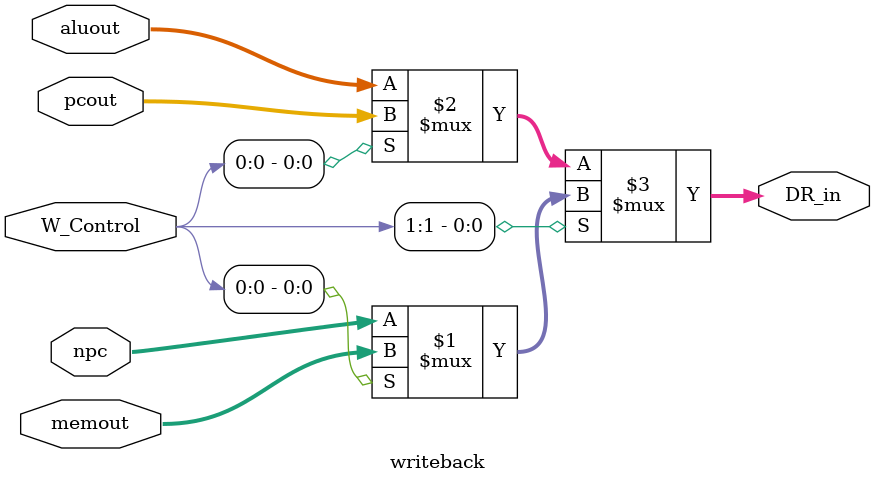
<source format=v>
module writeback (
    output [15:0] DR_in,
    input  [15:0] aluout, pcout, npc, memout,
    input  [ 1:0] W_Control
    );

assign DR_in = (W_Control[1])? ((W_Control[0])? memout:npc )
              :((W_Control[0])? pcout:aluout);

endmodule
</source>
